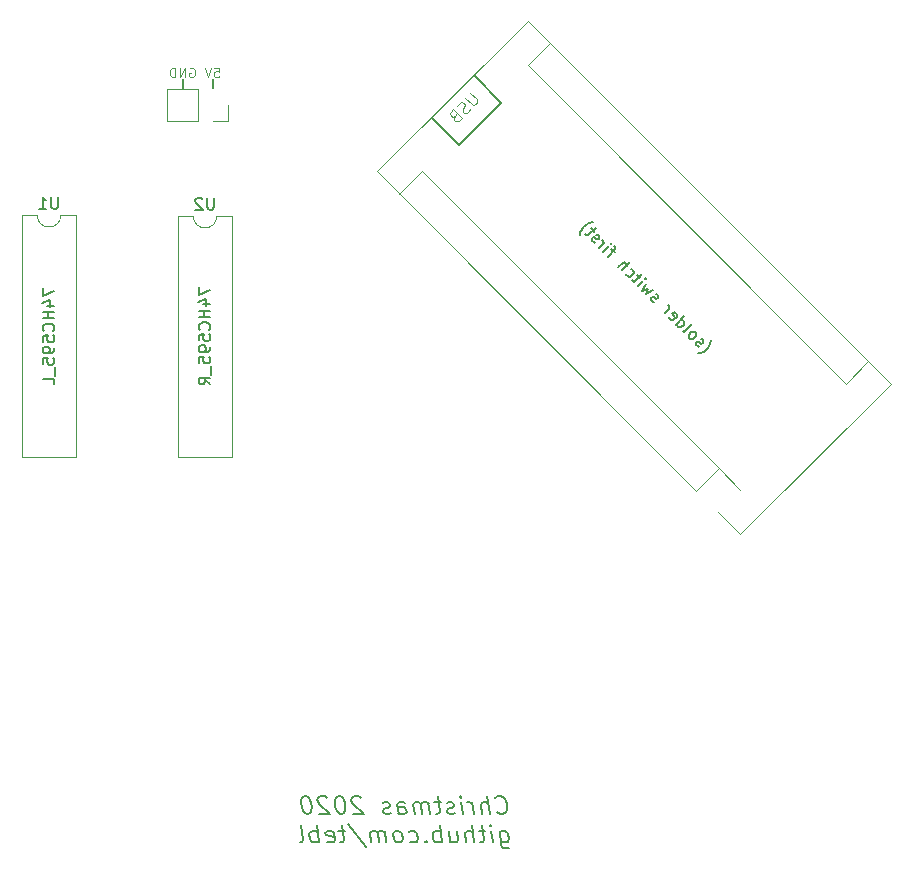
<source format=gbo>
G04 #@! TF.GenerationSoftware,KiCad,Pcbnew,(5.1.5)-3*
G04 #@! TF.CreationDate,2020-10-31T02:17:23+01:00*
G04 #@! TF.ProjectId,Christmas C,43687269-7374-46d6-9173-20432e6b6963,rev?*
G04 #@! TF.SameCoordinates,Original*
G04 #@! TF.FileFunction,Legend,Bot*
G04 #@! TF.FilePolarity,Positive*
%FSLAX46Y46*%
G04 Gerber Fmt 4.6, Leading zero omitted, Abs format (unit mm)*
G04 Created by KiCad (PCBNEW (5.1.5)-3) date 2020-10-31 02:17:23*
%MOMM*%
%LPD*%
G04 APERTURE LIST*
%ADD10C,0.200000*%
%ADD11C,0.150000*%
%ADD12C,0.100000*%
%ADD13C,0.120000*%
G04 APERTURE END LIST*
D10*
X86106000Y-114427000D02*
X86106000Y-115189000D01*
X88646000Y-115189000D02*
X88646000Y-114427000D01*
D11*
X112737541Y-176488014D02*
X112817898Y-176559442D01*
X113041112Y-176630871D01*
X113183969Y-176630871D01*
X113389326Y-176559442D01*
X113514326Y-176416585D01*
X113567898Y-176273728D01*
X113603612Y-175988014D01*
X113576826Y-175773728D01*
X113469683Y-175488014D01*
X113380398Y-175345157D01*
X113219683Y-175202300D01*
X112996469Y-175130871D01*
X112853612Y-175130871D01*
X112648255Y-175202300D01*
X112585755Y-175273728D01*
X112112541Y-176630871D02*
X111925041Y-175130871D01*
X111469683Y-176630871D02*
X111371469Y-175845157D01*
X111425041Y-175702300D01*
X111558969Y-175630871D01*
X111773255Y-175630871D01*
X111925041Y-175702300D01*
X112005398Y-175773728D01*
X110755398Y-176630871D02*
X110630398Y-175630871D01*
X110666112Y-175916585D02*
X110576826Y-175773728D01*
X110496469Y-175702300D01*
X110344683Y-175630871D01*
X110201826Y-175630871D01*
X109826826Y-176630871D02*
X109701826Y-175630871D01*
X109639326Y-175130871D02*
X109719683Y-175202300D01*
X109657183Y-175273728D01*
X109576826Y-175202300D01*
X109639326Y-175130871D01*
X109657183Y-175273728D01*
X109175041Y-176559442D02*
X109041112Y-176630871D01*
X108755398Y-176630871D01*
X108603612Y-176559442D01*
X108514326Y-176416585D01*
X108505398Y-176345157D01*
X108558969Y-176202300D01*
X108692898Y-176130871D01*
X108907183Y-176130871D01*
X109041112Y-176059442D01*
X109094683Y-175916585D01*
X109085755Y-175845157D01*
X108996469Y-175702300D01*
X108844683Y-175630871D01*
X108630398Y-175630871D01*
X108496469Y-175702300D01*
X107987541Y-175630871D02*
X107416112Y-175630871D01*
X107710755Y-175130871D02*
X107871469Y-176416585D01*
X107817898Y-176559442D01*
X107683969Y-176630871D01*
X107541112Y-176630871D01*
X107041112Y-176630871D02*
X106916112Y-175630871D01*
X106933969Y-175773728D02*
X106853612Y-175702300D01*
X106701826Y-175630871D01*
X106487541Y-175630871D01*
X106353612Y-175702300D01*
X106300041Y-175845157D01*
X106398255Y-176630871D01*
X106300041Y-175845157D02*
X106210755Y-175702300D01*
X106058969Y-175630871D01*
X105844683Y-175630871D01*
X105710755Y-175702300D01*
X105657183Y-175845157D01*
X105755398Y-176630871D01*
X104398255Y-176630871D02*
X104300041Y-175845157D01*
X104353612Y-175702300D01*
X104487541Y-175630871D01*
X104773255Y-175630871D01*
X104925041Y-175702300D01*
X104389326Y-176559442D02*
X104541112Y-176630871D01*
X104898255Y-176630871D01*
X105032183Y-176559442D01*
X105085755Y-176416585D01*
X105067898Y-176273728D01*
X104978612Y-176130871D01*
X104826826Y-176059442D01*
X104469683Y-176059442D01*
X104317898Y-175988014D01*
X103746469Y-176559442D02*
X103612541Y-176630871D01*
X103326826Y-176630871D01*
X103175041Y-176559442D01*
X103085755Y-176416585D01*
X103076826Y-176345157D01*
X103130398Y-176202300D01*
X103264326Y-176130871D01*
X103478612Y-176130871D01*
X103612541Y-176059442D01*
X103666112Y-175916585D01*
X103657183Y-175845157D01*
X103567898Y-175702300D01*
X103416112Y-175630871D01*
X103201826Y-175630871D01*
X103067898Y-175702300D01*
X101228612Y-175273728D02*
X101148255Y-175202300D01*
X100996469Y-175130871D01*
X100639326Y-175130871D01*
X100505398Y-175202300D01*
X100442898Y-175273728D01*
X100389326Y-175416585D01*
X100407183Y-175559442D01*
X100505398Y-175773728D01*
X101469683Y-176630871D01*
X100541112Y-176630871D01*
X99425041Y-175130871D02*
X99282183Y-175130871D01*
X99148255Y-175202300D01*
X99085755Y-175273728D01*
X99032183Y-175416585D01*
X98996469Y-175702300D01*
X99041112Y-176059442D01*
X99148255Y-176345157D01*
X99237541Y-176488014D01*
X99317898Y-176559442D01*
X99469683Y-176630871D01*
X99612541Y-176630871D01*
X99746469Y-176559442D01*
X99808969Y-176488014D01*
X99862541Y-176345157D01*
X99898255Y-176059442D01*
X99853612Y-175702300D01*
X99746469Y-175416585D01*
X99657183Y-175273728D01*
X99576826Y-175202300D01*
X99425041Y-175130871D01*
X98371469Y-175273728D02*
X98291112Y-175202300D01*
X98139326Y-175130871D01*
X97782183Y-175130871D01*
X97648255Y-175202300D01*
X97585755Y-175273728D01*
X97532183Y-175416585D01*
X97550041Y-175559442D01*
X97648255Y-175773728D01*
X98612541Y-176630871D01*
X97683969Y-176630871D01*
X96567898Y-175130871D02*
X96425041Y-175130871D01*
X96291112Y-175202300D01*
X96228612Y-175273728D01*
X96175041Y-175416585D01*
X96139326Y-175702300D01*
X96183969Y-176059442D01*
X96291112Y-176345157D01*
X96380398Y-176488014D01*
X96460755Y-176559442D01*
X96612541Y-176630871D01*
X96755398Y-176630871D01*
X96889326Y-176559442D01*
X96951826Y-176488014D01*
X97005398Y-176345157D01*
X97041112Y-176059442D01*
X96996469Y-175702300D01*
X96889326Y-175416585D01*
X96800041Y-175273728D01*
X96719683Y-175202300D01*
X96567898Y-175130871D01*
X112951826Y-178030871D02*
X113103612Y-179245157D01*
X113192898Y-179388014D01*
X113273255Y-179459442D01*
X113425041Y-179530871D01*
X113639326Y-179530871D01*
X113773255Y-179459442D01*
X113067898Y-178959442D02*
X113219683Y-179030871D01*
X113505398Y-179030871D01*
X113639326Y-178959442D01*
X113701826Y-178888014D01*
X113755398Y-178745157D01*
X113701826Y-178316585D01*
X113612541Y-178173728D01*
X113532183Y-178102300D01*
X113380398Y-178030871D01*
X113094683Y-178030871D01*
X112960755Y-178102300D01*
X112362541Y-179030871D02*
X112237541Y-178030871D01*
X112175041Y-177530871D02*
X112255398Y-177602300D01*
X112192898Y-177673728D01*
X112112541Y-177602300D01*
X112175041Y-177530871D01*
X112192898Y-177673728D01*
X111737541Y-178030871D02*
X111166112Y-178030871D01*
X111460755Y-177530871D02*
X111621469Y-178816585D01*
X111567898Y-178959442D01*
X111433969Y-179030871D01*
X111291112Y-179030871D01*
X110791112Y-179030871D02*
X110603612Y-177530871D01*
X110148255Y-179030871D02*
X110050041Y-178245157D01*
X110103612Y-178102300D01*
X110237541Y-178030871D01*
X110451826Y-178030871D01*
X110603612Y-178102300D01*
X110683969Y-178173728D01*
X108666112Y-178030871D02*
X108791112Y-179030871D01*
X109308969Y-178030871D02*
X109407183Y-178816585D01*
X109353612Y-178959442D01*
X109219683Y-179030871D01*
X109005398Y-179030871D01*
X108853612Y-178959442D01*
X108773255Y-178888014D01*
X108076826Y-179030871D02*
X107889326Y-177530871D01*
X107960755Y-178102300D02*
X107808969Y-178030871D01*
X107523255Y-178030871D01*
X107389326Y-178102300D01*
X107326826Y-178173728D01*
X107273255Y-178316585D01*
X107326826Y-178745157D01*
X107416112Y-178888014D01*
X107496469Y-178959442D01*
X107648255Y-179030871D01*
X107933969Y-179030871D01*
X108067898Y-178959442D01*
X106701826Y-178888014D02*
X106639326Y-178959442D01*
X106719683Y-179030871D01*
X106782183Y-178959442D01*
X106701826Y-178888014D01*
X106719683Y-179030871D01*
X105353612Y-178959442D02*
X105505398Y-179030871D01*
X105791112Y-179030871D01*
X105925041Y-178959442D01*
X105987541Y-178888014D01*
X106041112Y-178745157D01*
X105987541Y-178316585D01*
X105898255Y-178173728D01*
X105817898Y-178102300D01*
X105666112Y-178030871D01*
X105380398Y-178030871D01*
X105246469Y-178102300D01*
X104505398Y-179030871D02*
X104639326Y-178959442D01*
X104701826Y-178888014D01*
X104755398Y-178745157D01*
X104701826Y-178316585D01*
X104612541Y-178173728D01*
X104532183Y-178102300D01*
X104380398Y-178030871D01*
X104166112Y-178030871D01*
X104032183Y-178102300D01*
X103969683Y-178173728D01*
X103916112Y-178316585D01*
X103969683Y-178745157D01*
X104058969Y-178888014D01*
X104139326Y-178959442D01*
X104291112Y-179030871D01*
X104505398Y-179030871D01*
X103362541Y-179030871D02*
X103237541Y-178030871D01*
X103255398Y-178173728D02*
X103175041Y-178102300D01*
X103023255Y-178030871D01*
X102808969Y-178030871D01*
X102675041Y-178102300D01*
X102621469Y-178245157D01*
X102719683Y-179030871D01*
X102621469Y-178245157D02*
X102532183Y-178102300D01*
X102380398Y-178030871D01*
X102166112Y-178030871D01*
X102032183Y-178102300D01*
X101978612Y-178245157D01*
X102076826Y-179030871D01*
X100094683Y-177459442D02*
X101621469Y-179388014D01*
X99880398Y-178030871D02*
X99308969Y-178030871D01*
X99603612Y-177530871D02*
X99764326Y-178816585D01*
X99710755Y-178959442D01*
X99576826Y-179030871D01*
X99433969Y-179030871D01*
X98353612Y-178959442D02*
X98505398Y-179030871D01*
X98791112Y-179030871D01*
X98925041Y-178959442D01*
X98978612Y-178816585D01*
X98907183Y-178245157D01*
X98817898Y-178102300D01*
X98666112Y-178030871D01*
X98380398Y-178030871D01*
X98246469Y-178102300D01*
X98192898Y-178245157D01*
X98210755Y-178388014D01*
X98942898Y-178530871D01*
X97648255Y-179030871D02*
X97460755Y-177530871D01*
X97532183Y-178102300D02*
X97380398Y-178030871D01*
X97094683Y-178030871D01*
X96960755Y-178102300D01*
X96898255Y-178173728D01*
X96844683Y-178316585D01*
X96898255Y-178745157D01*
X96987541Y-178888014D01*
X97067898Y-178959442D01*
X97219683Y-179030871D01*
X97505398Y-179030871D01*
X97639326Y-178959442D01*
X96076826Y-179030871D02*
X96210755Y-178959442D01*
X96264326Y-178816585D01*
X96103612Y-177530871D01*
D12*
X86715523Y-113455500D02*
X86791714Y-113417404D01*
X86906000Y-113417404D01*
X87020285Y-113455500D01*
X87096476Y-113531690D01*
X87134571Y-113607880D01*
X87172666Y-113760261D01*
X87172666Y-113874547D01*
X87134571Y-114026928D01*
X87096476Y-114103119D01*
X87020285Y-114179309D01*
X86906000Y-114217404D01*
X86829809Y-114217404D01*
X86715523Y-114179309D01*
X86677428Y-114141214D01*
X86677428Y-113874547D01*
X86829809Y-113874547D01*
X86334571Y-114217404D02*
X86334571Y-113417404D01*
X85877428Y-114217404D01*
X85877428Y-113417404D01*
X85496476Y-114217404D02*
X85496476Y-113417404D01*
X85306000Y-113417404D01*
X85191714Y-113455500D01*
X85115523Y-113531690D01*
X85077428Y-113607880D01*
X85039333Y-113760261D01*
X85039333Y-113874547D01*
X85077428Y-114026928D01*
X85115523Y-114103119D01*
X85191714Y-114179309D01*
X85306000Y-114217404D01*
X85496476Y-114217404D01*
X88798380Y-113417404D02*
X89179333Y-113417404D01*
X89217428Y-113798357D01*
X89179333Y-113760261D01*
X89103142Y-113722166D01*
X88912666Y-113722166D01*
X88836476Y-113760261D01*
X88798380Y-113798357D01*
X88760285Y-113874547D01*
X88760285Y-114065023D01*
X88798380Y-114141214D01*
X88836476Y-114179309D01*
X88912666Y-114217404D01*
X89103142Y-114217404D01*
X89179333Y-114179309D01*
X89217428Y-114141214D01*
X88531714Y-113417404D02*
X88265047Y-114217404D01*
X87998380Y-113417404D01*
D11*
X113098975Y-116383565D02*
X110853911Y-114138501D01*
X109506873Y-119975668D02*
X113098975Y-116383565D01*
X109506873Y-119975668D02*
X107261808Y-117730604D01*
D13*
X131508500Y-147365449D02*
X133304551Y-149161500D01*
X131508500Y-147365449D02*
X129620525Y-149253424D01*
X129620525Y-149253424D02*
X102587833Y-122220732D01*
X133304551Y-152937450D02*
X131416576Y-151049475D01*
X142284807Y-140181244D02*
X144172782Y-138293269D01*
X142284807Y-140181244D02*
X115344039Y-113240476D01*
X115344039Y-113240476D02*
X117232014Y-111352500D01*
X131508500Y-147365449D02*
X106363783Y-122220732D01*
X106363783Y-122220732D02*
X104475808Y-124108707D01*
X102587833Y-122220732D02*
X115344039Y-109464525D01*
X115344039Y-109464525D02*
X146060758Y-140181244D01*
X146060758Y-140181244D02*
X133304551Y-152937450D01*
X73803000Y-125924000D02*
G75*
G03X75803000Y-125924000I1000000J0D01*
G01*
X75803000Y-125924000D02*
X77053000Y-125924000D01*
X77053000Y-125924000D02*
X77053000Y-146364000D01*
X77053000Y-146364000D02*
X72553000Y-146364000D01*
X72553000Y-146364000D02*
X72553000Y-125924000D01*
X72553000Y-125924000D02*
X73803000Y-125924000D01*
X89976000Y-117916000D02*
X89976000Y-116586000D01*
X88646000Y-117916000D02*
X89976000Y-117916000D01*
X87376000Y-117916000D02*
X87376000Y-115256000D01*
X87376000Y-115256000D02*
X84776000Y-115256000D01*
X87376000Y-117916000D02*
X84776000Y-117916000D01*
X84776000Y-117916000D02*
X84776000Y-115256000D01*
X87011000Y-125987500D02*
G75*
G03X89011000Y-125987500I1000000J0D01*
G01*
X89011000Y-125987500D02*
X90261000Y-125987500D01*
X90261000Y-125987500D02*
X90261000Y-146427500D01*
X90261000Y-146427500D02*
X85761000Y-146427500D01*
X85761000Y-146427500D02*
X85761000Y-125987500D01*
X85761000Y-125987500D02*
X87011000Y-125987500D01*
D11*
X129759999Y-137606010D02*
X129827342Y-137606010D01*
X129995701Y-137572338D01*
X130096716Y-137538667D01*
X130231403Y-137471323D01*
X130433434Y-137336636D01*
X130568121Y-137201949D01*
X130702808Y-136999919D01*
X130770151Y-136865232D01*
X130803823Y-136764216D01*
X130837495Y-136595858D01*
X130837495Y-136528514D01*
X129827342Y-137067262D02*
X129726327Y-137033590D01*
X129591640Y-136898903D01*
X129557968Y-136797888D01*
X129591640Y-136696873D01*
X129625312Y-136663201D01*
X129726327Y-136629529D01*
X129827342Y-136663201D01*
X129928358Y-136764216D01*
X130029373Y-136797888D01*
X130130388Y-136764216D01*
X130164060Y-136730545D01*
X130197732Y-136629529D01*
X130164060Y-136528514D01*
X130063045Y-136427499D01*
X129962029Y-136393827D01*
X129086564Y-136393827D02*
X129187579Y-136427499D01*
X129254923Y-136427499D01*
X129355938Y-136393827D01*
X129557968Y-136191797D01*
X129591640Y-136090781D01*
X129591640Y-136023438D01*
X129557968Y-135922423D01*
X129456953Y-135821407D01*
X129355938Y-135787736D01*
X129288594Y-135787736D01*
X129187579Y-135821407D01*
X128985549Y-136023438D01*
X128951877Y-136124453D01*
X128951877Y-136191797D01*
X128985549Y-136292812D01*
X129086564Y-136393827D01*
X128446801Y-135754064D02*
X128547816Y-135787736D01*
X128648831Y-135754064D01*
X129254923Y-135147972D01*
X127874381Y-135181644D02*
X128581488Y-134474537D01*
X127908053Y-135147972D02*
X127941724Y-135248988D01*
X128076411Y-135383675D01*
X128177427Y-135417346D01*
X128244770Y-135417346D01*
X128345785Y-135383675D01*
X128547816Y-135181644D01*
X128581488Y-135080629D01*
X128581488Y-135013285D01*
X128547816Y-134912270D01*
X128413129Y-134777583D01*
X128312114Y-134743911D01*
X127301961Y-134541881D02*
X127335633Y-134642896D01*
X127470320Y-134777583D01*
X127571335Y-134811255D01*
X127672350Y-134777583D01*
X127941724Y-134508209D01*
X127975396Y-134407194D01*
X127941724Y-134306179D01*
X127807037Y-134171492D01*
X127706022Y-134137820D01*
X127605007Y-134171492D01*
X127537663Y-134238835D01*
X127807037Y-134642896D01*
X126931572Y-134238835D02*
X127402976Y-133767431D01*
X127268289Y-133902118D02*
X127301961Y-133801102D01*
X127301961Y-133733759D01*
X127268289Y-133632744D01*
X127200946Y-133565400D01*
X126022435Y-133262354D02*
X125921419Y-133228683D01*
X125786732Y-133093996D01*
X125753061Y-132992980D01*
X125786732Y-132891965D01*
X125820404Y-132858293D01*
X125921419Y-132824622D01*
X126022435Y-132858293D01*
X126123450Y-132959309D01*
X126224465Y-132992980D01*
X126325480Y-132959309D01*
X126359152Y-132925637D01*
X126392824Y-132824622D01*
X126359152Y-132723606D01*
X126258137Y-132622591D01*
X126157122Y-132588919D01*
X125921419Y-132285874D02*
X125315328Y-132622591D01*
X125517358Y-132151187D01*
X125045954Y-132353217D01*
X125382671Y-131747125D01*
X124641893Y-131949156D02*
X125113297Y-131477751D01*
X125349000Y-131242049D02*
X125349000Y-131309393D01*
X125281656Y-131309393D01*
X125281656Y-131242049D01*
X125349000Y-131242049D01*
X125281656Y-131309393D01*
X124877595Y-131242049D02*
X124608221Y-130972675D01*
X125012282Y-130905332D02*
X124406190Y-131511423D01*
X124305175Y-131545095D01*
X124204160Y-131511423D01*
X124136816Y-131444080D01*
X123631740Y-130871660D02*
X123665412Y-130972675D01*
X123800099Y-131107362D01*
X123901114Y-131141034D01*
X123968458Y-131141034D01*
X124069473Y-131107362D01*
X124271503Y-130905332D01*
X124305175Y-130804316D01*
X124305175Y-130736973D01*
X124271503Y-130635958D01*
X124136816Y-130501271D01*
X124035801Y-130467599D01*
X123295023Y-130602286D02*
X124002129Y-129895179D01*
X122991977Y-130299240D02*
X123362366Y-129928851D01*
X123463381Y-129895179D01*
X123564397Y-129928851D01*
X123665412Y-130029866D01*
X123699084Y-130130881D01*
X123699084Y-130198225D01*
X122688931Y-129053385D02*
X122419557Y-128784011D01*
X122116511Y-129423775D02*
X122722603Y-128817683D01*
X122756275Y-128716668D01*
X122722603Y-128615653D01*
X122655259Y-128548309D01*
X121712450Y-129019714D02*
X122183855Y-128548309D01*
X122419557Y-128312607D02*
X122419557Y-128379950D01*
X122352214Y-128379950D01*
X122352214Y-128312607D01*
X122419557Y-128312607D01*
X122352214Y-128379950D01*
X121375733Y-128682996D02*
X121847137Y-128211592D01*
X121712450Y-128346279D02*
X121746122Y-128245263D01*
X121746122Y-128177920D01*
X121712450Y-128076905D01*
X121645107Y-128009561D01*
X121005344Y-128245263D02*
X120904328Y-128211592D01*
X120769641Y-128076905D01*
X120735970Y-127975889D01*
X120769641Y-127874874D01*
X120803313Y-127841202D01*
X120904328Y-127807531D01*
X121005344Y-127841202D01*
X121106359Y-127942218D01*
X121207374Y-127975889D01*
X121308389Y-127942218D01*
X121342061Y-127908546D01*
X121375733Y-127807531D01*
X121342061Y-127706515D01*
X121241046Y-127605500D01*
X121140031Y-127571828D01*
X120938000Y-127302454D02*
X120668626Y-127033080D01*
X121072687Y-126965737D02*
X120466596Y-127571828D01*
X120365580Y-127605500D01*
X120264565Y-127571828D01*
X120197222Y-127504485D01*
X119759489Y-127605500D02*
X119759489Y-127538157D01*
X119793161Y-127369798D01*
X119826832Y-127268783D01*
X119894176Y-127134096D01*
X120028863Y-126932065D01*
X120163550Y-126797378D01*
X120365580Y-126662691D01*
X120500267Y-126595348D01*
X120601283Y-126561676D01*
X120769641Y-126528004D01*
X120836985Y-126528004D01*
D12*
X110460961Y-115553051D02*
X111033381Y-116125471D01*
X111067052Y-116226486D01*
X111067052Y-116293829D01*
X111033381Y-116394845D01*
X110898694Y-116529532D01*
X110797678Y-116563203D01*
X110730335Y-116563203D01*
X110629320Y-116529532D01*
X110056900Y-115957112D01*
X110427289Y-116933593D02*
X110359946Y-117068280D01*
X110191587Y-117236639D01*
X110090572Y-117270310D01*
X110023228Y-117270310D01*
X109922213Y-117236639D01*
X109854869Y-117169295D01*
X109821197Y-117068280D01*
X109821197Y-117000936D01*
X109854869Y-116899921D01*
X109955885Y-116731562D01*
X109989556Y-116630547D01*
X109989556Y-116563203D01*
X109955885Y-116462188D01*
X109888541Y-116394845D01*
X109787526Y-116361173D01*
X109720182Y-116361173D01*
X109619167Y-116394845D01*
X109450808Y-116563203D01*
X109383465Y-116697890D01*
X109147762Y-117539684D02*
X109080419Y-117674371D01*
X109080419Y-117741715D01*
X109114091Y-117842730D01*
X109215106Y-117943745D01*
X109316121Y-117977417D01*
X109383465Y-117977417D01*
X109484480Y-117943745D01*
X109753854Y-117674371D01*
X109046747Y-116967265D01*
X108811045Y-117202967D01*
X108777373Y-117303982D01*
X108777373Y-117371326D01*
X108811045Y-117472341D01*
X108878388Y-117539684D01*
X108979404Y-117573356D01*
X109046747Y-117573356D01*
X109147762Y-117539684D01*
X109383465Y-117303982D01*
D11*
X75564904Y-124376380D02*
X75564904Y-125185904D01*
X75517285Y-125281142D01*
X75469666Y-125328761D01*
X75374428Y-125376380D01*
X75183952Y-125376380D01*
X75088714Y-125328761D01*
X75041095Y-125281142D01*
X74993476Y-125185904D01*
X74993476Y-124376380D01*
X73993476Y-125376380D02*
X74564904Y-125376380D01*
X74279190Y-125376380D02*
X74279190Y-124376380D01*
X74374428Y-124519238D01*
X74469666Y-124614476D01*
X74564904Y-124662095D01*
X74255380Y-132096380D02*
X74255380Y-132763047D01*
X75255380Y-132334476D01*
X74588714Y-133572571D02*
X75255380Y-133572571D01*
X74207761Y-133334476D02*
X74922047Y-133096380D01*
X74922047Y-133715428D01*
X75255380Y-134096380D02*
X74255380Y-134096380D01*
X74731571Y-134096380D02*
X74731571Y-134667809D01*
X75255380Y-134667809D02*
X74255380Y-134667809D01*
X75160142Y-135715428D02*
X75207761Y-135667809D01*
X75255380Y-135524952D01*
X75255380Y-135429714D01*
X75207761Y-135286857D01*
X75112523Y-135191619D01*
X75017285Y-135144000D01*
X74826809Y-135096380D01*
X74683952Y-135096380D01*
X74493476Y-135144000D01*
X74398238Y-135191619D01*
X74303000Y-135286857D01*
X74255380Y-135429714D01*
X74255380Y-135524952D01*
X74303000Y-135667809D01*
X74350619Y-135715428D01*
X74255380Y-136620190D02*
X74255380Y-136144000D01*
X74731571Y-136096380D01*
X74683952Y-136144000D01*
X74636333Y-136239238D01*
X74636333Y-136477333D01*
X74683952Y-136572571D01*
X74731571Y-136620190D01*
X74826809Y-136667809D01*
X75064904Y-136667809D01*
X75160142Y-136620190D01*
X75207761Y-136572571D01*
X75255380Y-136477333D01*
X75255380Y-136239238D01*
X75207761Y-136144000D01*
X75160142Y-136096380D01*
X75255380Y-137144000D02*
X75255380Y-137334476D01*
X75207761Y-137429714D01*
X75160142Y-137477333D01*
X75017285Y-137572571D01*
X74826809Y-137620190D01*
X74445857Y-137620190D01*
X74350619Y-137572571D01*
X74303000Y-137524952D01*
X74255380Y-137429714D01*
X74255380Y-137239238D01*
X74303000Y-137144000D01*
X74350619Y-137096380D01*
X74445857Y-137048761D01*
X74683952Y-137048761D01*
X74779190Y-137096380D01*
X74826809Y-137144000D01*
X74874428Y-137239238D01*
X74874428Y-137429714D01*
X74826809Y-137524952D01*
X74779190Y-137572571D01*
X74683952Y-137620190D01*
X74255380Y-138524952D02*
X74255380Y-138048761D01*
X74731571Y-138001142D01*
X74683952Y-138048761D01*
X74636333Y-138144000D01*
X74636333Y-138382095D01*
X74683952Y-138477333D01*
X74731571Y-138524952D01*
X74826809Y-138572571D01*
X75064904Y-138572571D01*
X75160142Y-138524952D01*
X75207761Y-138477333D01*
X75255380Y-138382095D01*
X75255380Y-138144000D01*
X75207761Y-138048761D01*
X75160142Y-138001142D01*
X75350619Y-138763047D02*
X75350619Y-139524952D01*
X75255380Y-140239238D02*
X75255380Y-139763047D01*
X74255380Y-139763047D01*
X88772904Y-124439880D02*
X88772904Y-125249404D01*
X88725285Y-125344642D01*
X88677666Y-125392261D01*
X88582428Y-125439880D01*
X88391952Y-125439880D01*
X88296714Y-125392261D01*
X88249095Y-125344642D01*
X88201476Y-125249404D01*
X88201476Y-124439880D01*
X87772904Y-124535119D02*
X87725285Y-124487500D01*
X87630047Y-124439880D01*
X87391952Y-124439880D01*
X87296714Y-124487500D01*
X87249095Y-124535119D01*
X87201476Y-124630357D01*
X87201476Y-124725595D01*
X87249095Y-124868452D01*
X87820523Y-125439880D01*
X87201476Y-125439880D01*
X87463380Y-132001142D02*
X87463380Y-132667809D01*
X88463380Y-132239238D01*
X87796714Y-133477333D02*
X88463380Y-133477333D01*
X87415761Y-133239238D02*
X88130047Y-133001142D01*
X88130047Y-133620190D01*
X88463380Y-134001142D02*
X87463380Y-134001142D01*
X87939571Y-134001142D02*
X87939571Y-134572571D01*
X88463380Y-134572571D02*
X87463380Y-134572571D01*
X88368142Y-135620190D02*
X88415761Y-135572571D01*
X88463380Y-135429714D01*
X88463380Y-135334476D01*
X88415761Y-135191619D01*
X88320523Y-135096380D01*
X88225285Y-135048761D01*
X88034809Y-135001142D01*
X87891952Y-135001142D01*
X87701476Y-135048761D01*
X87606238Y-135096380D01*
X87511000Y-135191619D01*
X87463380Y-135334476D01*
X87463380Y-135429714D01*
X87511000Y-135572571D01*
X87558619Y-135620190D01*
X87463380Y-136524952D02*
X87463380Y-136048761D01*
X87939571Y-136001142D01*
X87891952Y-136048761D01*
X87844333Y-136144000D01*
X87844333Y-136382095D01*
X87891952Y-136477333D01*
X87939571Y-136524952D01*
X88034809Y-136572571D01*
X88272904Y-136572571D01*
X88368142Y-136524952D01*
X88415761Y-136477333D01*
X88463380Y-136382095D01*
X88463380Y-136144000D01*
X88415761Y-136048761D01*
X88368142Y-136001142D01*
X88463380Y-137048761D02*
X88463380Y-137239238D01*
X88415761Y-137334476D01*
X88368142Y-137382095D01*
X88225285Y-137477333D01*
X88034809Y-137524952D01*
X87653857Y-137524952D01*
X87558619Y-137477333D01*
X87511000Y-137429714D01*
X87463380Y-137334476D01*
X87463380Y-137144000D01*
X87511000Y-137048761D01*
X87558619Y-137001142D01*
X87653857Y-136953523D01*
X87891952Y-136953523D01*
X87987190Y-137001142D01*
X88034809Y-137048761D01*
X88082428Y-137144000D01*
X88082428Y-137334476D01*
X88034809Y-137429714D01*
X87987190Y-137477333D01*
X87891952Y-137524952D01*
X87463380Y-138429714D02*
X87463380Y-137953523D01*
X87939571Y-137905904D01*
X87891952Y-137953523D01*
X87844333Y-138048761D01*
X87844333Y-138286857D01*
X87891952Y-138382095D01*
X87939571Y-138429714D01*
X88034809Y-138477333D01*
X88272904Y-138477333D01*
X88368142Y-138429714D01*
X88415761Y-138382095D01*
X88463380Y-138286857D01*
X88463380Y-138048761D01*
X88415761Y-137953523D01*
X88368142Y-137905904D01*
X88558619Y-138667809D02*
X88558619Y-139429714D01*
X88463380Y-140239238D02*
X87987190Y-139905904D01*
X88463380Y-139667809D02*
X87463380Y-139667809D01*
X87463380Y-140048761D01*
X87511000Y-140144000D01*
X87558619Y-140191619D01*
X87653857Y-140239238D01*
X87796714Y-140239238D01*
X87891952Y-140191619D01*
X87939571Y-140144000D01*
X87987190Y-140048761D01*
X87987190Y-139667809D01*
M02*

</source>
